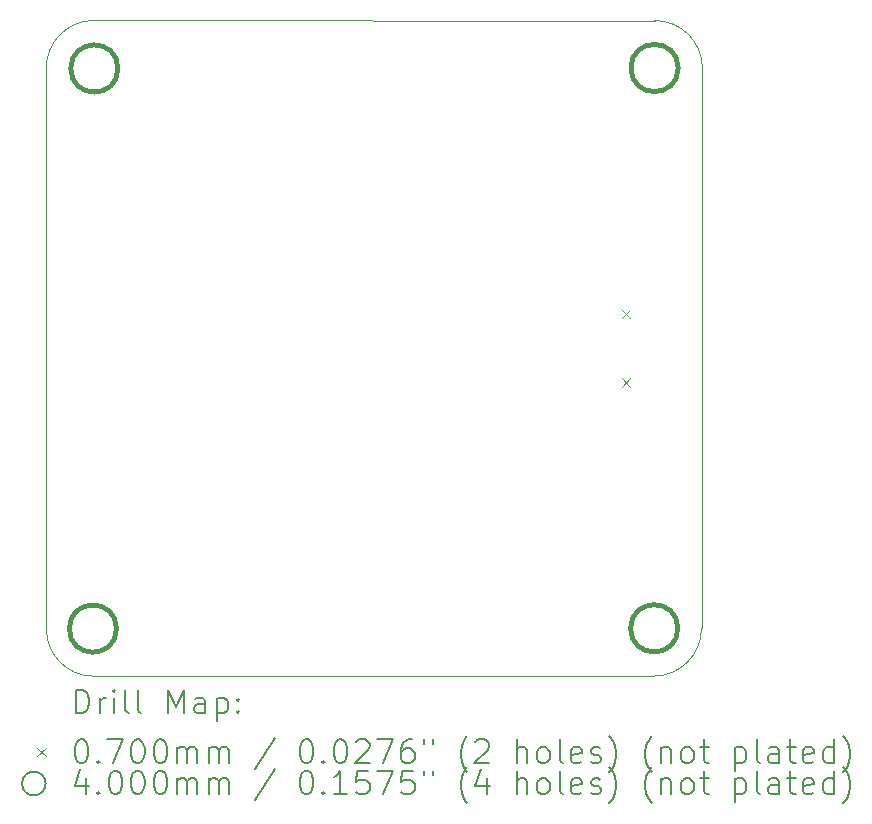
<source format=gbr>
%TF.GenerationSoftware,KiCad,Pcbnew,6.0.10-86aedd382b~118~ubuntu22.04.1*%
%TF.CreationDate,2023-04-05T16:55:25+05:30*%
%TF.ProjectId,Quadruped,51756164-7275-4706-9564-2e6b69636164,rev?*%
%TF.SameCoordinates,Original*%
%TF.FileFunction,Drillmap*%
%TF.FilePolarity,Positive*%
%FSLAX45Y45*%
G04 Gerber Fmt 4.5, Leading zero omitted, Abs format (unit mm)*
G04 Created by KiCad (PCBNEW 6.0.10-86aedd382b~118~ubuntu22.04.1) date 2023-04-05 16:55:25*
%MOMM*%
%LPD*%
G01*
G04 APERTURE LIST*
%ADD10C,0.100000*%
%ADD11C,0.200000*%
%ADD12C,0.070000*%
%ADD13C,0.400000*%
G04 APERTURE END LIST*
D10*
X2879000Y-12686000D02*
G75*
G03*
X3278000Y-13085000I399000J0D01*
G01*
X3283000Y-7533000D02*
X8031000Y-7534000D01*
X8433000Y-7936000D02*
G75*
G03*
X8031000Y-7534000I-402000J0D01*
G01*
X8020622Y-13084622D02*
G75*
G03*
X8425622Y-12679622I-2J405002D01*
G01*
X8425622Y-12679622D02*
X8433000Y-7936000D01*
X3283000Y-7533000D02*
G75*
G03*
X2877000Y-7939000I0J-406000D01*
G01*
X3278000Y-13085000D02*
X8020622Y-13084622D01*
X2879000Y-12686000D02*
X2877000Y-7939000D01*
D11*
D12*
X7752500Y-9986000D02*
X7822500Y-10056000D01*
X7822500Y-9986000D02*
X7752500Y-10056000D01*
X7752500Y-10564000D02*
X7822500Y-10634000D01*
X7822500Y-10564000D02*
X7752500Y-10634000D01*
D13*
X3472500Y-12682500D02*
G75*
G03*
X3472500Y-12682500I-200000J0D01*
G01*
X3485000Y-7940000D02*
G75*
G03*
X3485000Y-7940000I-200000J0D01*
G01*
X8225000Y-12680000D02*
G75*
G03*
X8225000Y-12680000I-200000J0D01*
G01*
X8228000Y-7936000D02*
G75*
G03*
X8228000Y-7936000I-200000J0D01*
G01*
D11*
X3129619Y-13400476D02*
X3129619Y-13200476D01*
X3177238Y-13200476D01*
X3205809Y-13210000D01*
X3224857Y-13229048D01*
X3234381Y-13248095D01*
X3243905Y-13286190D01*
X3243905Y-13314762D01*
X3234381Y-13352857D01*
X3224857Y-13371905D01*
X3205809Y-13390952D01*
X3177238Y-13400476D01*
X3129619Y-13400476D01*
X3329619Y-13400476D02*
X3329619Y-13267143D01*
X3329619Y-13305238D02*
X3339143Y-13286190D01*
X3348667Y-13276667D01*
X3367714Y-13267143D01*
X3386762Y-13267143D01*
X3453428Y-13400476D02*
X3453428Y-13267143D01*
X3453428Y-13200476D02*
X3443905Y-13210000D01*
X3453428Y-13219524D01*
X3462952Y-13210000D01*
X3453428Y-13200476D01*
X3453428Y-13219524D01*
X3577238Y-13400476D02*
X3558190Y-13390952D01*
X3548667Y-13371905D01*
X3548667Y-13200476D01*
X3682000Y-13400476D02*
X3662952Y-13390952D01*
X3653428Y-13371905D01*
X3653428Y-13200476D01*
X3910571Y-13400476D02*
X3910571Y-13200476D01*
X3977238Y-13343333D01*
X4043905Y-13200476D01*
X4043905Y-13400476D01*
X4224857Y-13400476D02*
X4224857Y-13295714D01*
X4215333Y-13276667D01*
X4196286Y-13267143D01*
X4158190Y-13267143D01*
X4139143Y-13276667D01*
X4224857Y-13390952D02*
X4205810Y-13400476D01*
X4158190Y-13400476D01*
X4139143Y-13390952D01*
X4129619Y-13371905D01*
X4129619Y-13352857D01*
X4139143Y-13333809D01*
X4158190Y-13324286D01*
X4205810Y-13324286D01*
X4224857Y-13314762D01*
X4320095Y-13267143D02*
X4320095Y-13467143D01*
X4320095Y-13276667D02*
X4339143Y-13267143D01*
X4377238Y-13267143D01*
X4396286Y-13276667D01*
X4405810Y-13286190D01*
X4415333Y-13305238D01*
X4415333Y-13362381D01*
X4405810Y-13381428D01*
X4396286Y-13390952D01*
X4377238Y-13400476D01*
X4339143Y-13400476D01*
X4320095Y-13390952D01*
X4501048Y-13381428D02*
X4510571Y-13390952D01*
X4501048Y-13400476D01*
X4491524Y-13390952D01*
X4501048Y-13381428D01*
X4501048Y-13400476D01*
X4501048Y-13276667D02*
X4510571Y-13286190D01*
X4501048Y-13295714D01*
X4491524Y-13286190D01*
X4501048Y-13276667D01*
X4501048Y-13295714D01*
D12*
X2802000Y-13695000D02*
X2872000Y-13765000D01*
X2872000Y-13695000D02*
X2802000Y-13765000D01*
D11*
X3167714Y-13620476D02*
X3186762Y-13620476D01*
X3205809Y-13630000D01*
X3215333Y-13639524D01*
X3224857Y-13658571D01*
X3234381Y-13696667D01*
X3234381Y-13744286D01*
X3224857Y-13782381D01*
X3215333Y-13801428D01*
X3205809Y-13810952D01*
X3186762Y-13820476D01*
X3167714Y-13820476D01*
X3148667Y-13810952D01*
X3139143Y-13801428D01*
X3129619Y-13782381D01*
X3120095Y-13744286D01*
X3120095Y-13696667D01*
X3129619Y-13658571D01*
X3139143Y-13639524D01*
X3148667Y-13630000D01*
X3167714Y-13620476D01*
X3320095Y-13801428D02*
X3329619Y-13810952D01*
X3320095Y-13820476D01*
X3310571Y-13810952D01*
X3320095Y-13801428D01*
X3320095Y-13820476D01*
X3396286Y-13620476D02*
X3529619Y-13620476D01*
X3443905Y-13820476D01*
X3643905Y-13620476D02*
X3662952Y-13620476D01*
X3682000Y-13630000D01*
X3691524Y-13639524D01*
X3701048Y-13658571D01*
X3710571Y-13696667D01*
X3710571Y-13744286D01*
X3701048Y-13782381D01*
X3691524Y-13801428D01*
X3682000Y-13810952D01*
X3662952Y-13820476D01*
X3643905Y-13820476D01*
X3624857Y-13810952D01*
X3615333Y-13801428D01*
X3605809Y-13782381D01*
X3596286Y-13744286D01*
X3596286Y-13696667D01*
X3605809Y-13658571D01*
X3615333Y-13639524D01*
X3624857Y-13630000D01*
X3643905Y-13620476D01*
X3834381Y-13620476D02*
X3853428Y-13620476D01*
X3872476Y-13630000D01*
X3882000Y-13639524D01*
X3891524Y-13658571D01*
X3901048Y-13696667D01*
X3901048Y-13744286D01*
X3891524Y-13782381D01*
X3882000Y-13801428D01*
X3872476Y-13810952D01*
X3853428Y-13820476D01*
X3834381Y-13820476D01*
X3815333Y-13810952D01*
X3805809Y-13801428D01*
X3796286Y-13782381D01*
X3786762Y-13744286D01*
X3786762Y-13696667D01*
X3796286Y-13658571D01*
X3805809Y-13639524D01*
X3815333Y-13630000D01*
X3834381Y-13620476D01*
X3986762Y-13820476D02*
X3986762Y-13687143D01*
X3986762Y-13706190D02*
X3996286Y-13696667D01*
X4015333Y-13687143D01*
X4043905Y-13687143D01*
X4062952Y-13696667D01*
X4072476Y-13715714D01*
X4072476Y-13820476D01*
X4072476Y-13715714D02*
X4082000Y-13696667D01*
X4101048Y-13687143D01*
X4129619Y-13687143D01*
X4148667Y-13696667D01*
X4158190Y-13715714D01*
X4158190Y-13820476D01*
X4253429Y-13820476D02*
X4253429Y-13687143D01*
X4253429Y-13706190D02*
X4262952Y-13696667D01*
X4282000Y-13687143D01*
X4310571Y-13687143D01*
X4329619Y-13696667D01*
X4339143Y-13715714D01*
X4339143Y-13820476D01*
X4339143Y-13715714D02*
X4348667Y-13696667D01*
X4367714Y-13687143D01*
X4396286Y-13687143D01*
X4415333Y-13696667D01*
X4424857Y-13715714D01*
X4424857Y-13820476D01*
X4815333Y-13610952D02*
X4643905Y-13868095D01*
X5072476Y-13620476D02*
X5091524Y-13620476D01*
X5110571Y-13630000D01*
X5120095Y-13639524D01*
X5129619Y-13658571D01*
X5139143Y-13696667D01*
X5139143Y-13744286D01*
X5129619Y-13782381D01*
X5120095Y-13801428D01*
X5110571Y-13810952D01*
X5091524Y-13820476D01*
X5072476Y-13820476D01*
X5053429Y-13810952D01*
X5043905Y-13801428D01*
X5034381Y-13782381D01*
X5024857Y-13744286D01*
X5024857Y-13696667D01*
X5034381Y-13658571D01*
X5043905Y-13639524D01*
X5053429Y-13630000D01*
X5072476Y-13620476D01*
X5224857Y-13801428D02*
X5234381Y-13810952D01*
X5224857Y-13820476D01*
X5215333Y-13810952D01*
X5224857Y-13801428D01*
X5224857Y-13820476D01*
X5358190Y-13620476D02*
X5377238Y-13620476D01*
X5396286Y-13630000D01*
X5405810Y-13639524D01*
X5415333Y-13658571D01*
X5424857Y-13696667D01*
X5424857Y-13744286D01*
X5415333Y-13782381D01*
X5405810Y-13801428D01*
X5396286Y-13810952D01*
X5377238Y-13820476D01*
X5358190Y-13820476D01*
X5339143Y-13810952D01*
X5329619Y-13801428D01*
X5320095Y-13782381D01*
X5310571Y-13744286D01*
X5310571Y-13696667D01*
X5320095Y-13658571D01*
X5329619Y-13639524D01*
X5339143Y-13630000D01*
X5358190Y-13620476D01*
X5501048Y-13639524D02*
X5510571Y-13630000D01*
X5529619Y-13620476D01*
X5577238Y-13620476D01*
X5596286Y-13630000D01*
X5605809Y-13639524D01*
X5615333Y-13658571D01*
X5615333Y-13677619D01*
X5605809Y-13706190D01*
X5491524Y-13820476D01*
X5615333Y-13820476D01*
X5682000Y-13620476D02*
X5815333Y-13620476D01*
X5729619Y-13820476D01*
X5977238Y-13620476D02*
X5939143Y-13620476D01*
X5920095Y-13630000D01*
X5910571Y-13639524D01*
X5891524Y-13668095D01*
X5882000Y-13706190D01*
X5882000Y-13782381D01*
X5891524Y-13801428D01*
X5901048Y-13810952D01*
X5920095Y-13820476D01*
X5958190Y-13820476D01*
X5977238Y-13810952D01*
X5986762Y-13801428D01*
X5996286Y-13782381D01*
X5996286Y-13734762D01*
X5986762Y-13715714D01*
X5977238Y-13706190D01*
X5958190Y-13696667D01*
X5920095Y-13696667D01*
X5901048Y-13706190D01*
X5891524Y-13715714D01*
X5882000Y-13734762D01*
X6072476Y-13620476D02*
X6072476Y-13658571D01*
X6148667Y-13620476D02*
X6148667Y-13658571D01*
X6443905Y-13896667D02*
X6434381Y-13887143D01*
X6415333Y-13858571D01*
X6405809Y-13839524D01*
X6396286Y-13810952D01*
X6386762Y-13763333D01*
X6386762Y-13725238D01*
X6396286Y-13677619D01*
X6405809Y-13649048D01*
X6415333Y-13630000D01*
X6434381Y-13601428D01*
X6443905Y-13591905D01*
X6510571Y-13639524D02*
X6520095Y-13630000D01*
X6539143Y-13620476D01*
X6586762Y-13620476D01*
X6605809Y-13630000D01*
X6615333Y-13639524D01*
X6624857Y-13658571D01*
X6624857Y-13677619D01*
X6615333Y-13706190D01*
X6501048Y-13820476D01*
X6624857Y-13820476D01*
X6862952Y-13820476D02*
X6862952Y-13620476D01*
X6948667Y-13820476D02*
X6948667Y-13715714D01*
X6939143Y-13696667D01*
X6920095Y-13687143D01*
X6891524Y-13687143D01*
X6872476Y-13696667D01*
X6862952Y-13706190D01*
X7072476Y-13820476D02*
X7053428Y-13810952D01*
X7043905Y-13801428D01*
X7034381Y-13782381D01*
X7034381Y-13725238D01*
X7043905Y-13706190D01*
X7053428Y-13696667D01*
X7072476Y-13687143D01*
X7101048Y-13687143D01*
X7120095Y-13696667D01*
X7129619Y-13706190D01*
X7139143Y-13725238D01*
X7139143Y-13782381D01*
X7129619Y-13801428D01*
X7120095Y-13810952D01*
X7101048Y-13820476D01*
X7072476Y-13820476D01*
X7253428Y-13820476D02*
X7234381Y-13810952D01*
X7224857Y-13791905D01*
X7224857Y-13620476D01*
X7405809Y-13810952D02*
X7386762Y-13820476D01*
X7348667Y-13820476D01*
X7329619Y-13810952D01*
X7320095Y-13791905D01*
X7320095Y-13715714D01*
X7329619Y-13696667D01*
X7348667Y-13687143D01*
X7386762Y-13687143D01*
X7405809Y-13696667D01*
X7415333Y-13715714D01*
X7415333Y-13734762D01*
X7320095Y-13753809D01*
X7491524Y-13810952D02*
X7510571Y-13820476D01*
X7548667Y-13820476D01*
X7567714Y-13810952D01*
X7577238Y-13791905D01*
X7577238Y-13782381D01*
X7567714Y-13763333D01*
X7548667Y-13753809D01*
X7520095Y-13753809D01*
X7501048Y-13744286D01*
X7491524Y-13725238D01*
X7491524Y-13715714D01*
X7501048Y-13696667D01*
X7520095Y-13687143D01*
X7548667Y-13687143D01*
X7567714Y-13696667D01*
X7643905Y-13896667D02*
X7653428Y-13887143D01*
X7672476Y-13858571D01*
X7682000Y-13839524D01*
X7691524Y-13810952D01*
X7701048Y-13763333D01*
X7701048Y-13725238D01*
X7691524Y-13677619D01*
X7682000Y-13649048D01*
X7672476Y-13630000D01*
X7653428Y-13601428D01*
X7643905Y-13591905D01*
X8005809Y-13896667D02*
X7996286Y-13887143D01*
X7977238Y-13858571D01*
X7967714Y-13839524D01*
X7958190Y-13810952D01*
X7948667Y-13763333D01*
X7948667Y-13725238D01*
X7958190Y-13677619D01*
X7967714Y-13649048D01*
X7977238Y-13630000D01*
X7996286Y-13601428D01*
X8005809Y-13591905D01*
X8082000Y-13687143D02*
X8082000Y-13820476D01*
X8082000Y-13706190D02*
X8091524Y-13696667D01*
X8110571Y-13687143D01*
X8139143Y-13687143D01*
X8158190Y-13696667D01*
X8167714Y-13715714D01*
X8167714Y-13820476D01*
X8291524Y-13820476D02*
X8272476Y-13810952D01*
X8262952Y-13801428D01*
X8253428Y-13782381D01*
X8253428Y-13725238D01*
X8262952Y-13706190D01*
X8272476Y-13696667D01*
X8291524Y-13687143D01*
X8320095Y-13687143D01*
X8339143Y-13696667D01*
X8348667Y-13706190D01*
X8358190Y-13725238D01*
X8358190Y-13782381D01*
X8348667Y-13801428D01*
X8339143Y-13810952D01*
X8320095Y-13820476D01*
X8291524Y-13820476D01*
X8415333Y-13687143D02*
X8491524Y-13687143D01*
X8443905Y-13620476D02*
X8443905Y-13791905D01*
X8453429Y-13810952D01*
X8472476Y-13820476D01*
X8491524Y-13820476D01*
X8710571Y-13687143D02*
X8710571Y-13887143D01*
X8710571Y-13696667D02*
X8729619Y-13687143D01*
X8767714Y-13687143D01*
X8786762Y-13696667D01*
X8796286Y-13706190D01*
X8805810Y-13725238D01*
X8805810Y-13782381D01*
X8796286Y-13801428D01*
X8786762Y-13810952D01*
X8767714Y-13820476D01*
X8729619Y-13820476D01*
X8710571Y-13810952D01*
X8920095Y-13820476D02*
X8901048Y-13810952D01*
X8891524Y-13791905D01*
X8891524Y-13620476D01*
X9082000Y-13820476D02*
X9082000Y-13715714D01*
X9072476Y-13696667D01*
X9053429Y-13687143D01*
X9015333Y-13687143D01*
X8996286Y-13696667D01*
X9082000Y-13810952D02*
X9062952Y-13820476D01*
X9015333Y-13820476D01*
X8996286Y-13810952D01*
X8986762Y-13791905D01*
X8986762Y-13772857D01*
X8996286Y-13753809D01*
X9015333Y-13744286D01*
X9062952Y-13744286D01*
X9082000Y-13734762D01*
X9148667Y-13687143D02*
X9224857Y-13687143D01*
X9177238Y-13620476D02*
X9177238Y-13791905D01*
X9186762Y-13810952D01*
X9205810Y-13820476D01*
X9224857Y-13820476D01*
X9367714Y-13810952D02*
X9348667Y-13820476D01*
X9310571Y-13820476D01*
X9291524Y-13810952D01*
X9282000Y-13791905D01*
X9282000Y-13715714D01*
X9291524Y-13696667D01*
X9310571Y-13687143D01*
X9348667Y-13687143D01*
X9367714Y-13696667D01*
X9377238Y-13715714D01*
X9377238Y-13734762D01*
X9282000Y-13753809D01*
X9548667Y-13820476D02*
X9548667Y-13620476D01*
X9548667Y-13810952D02*
X9529619Y-13820476D01*
X9491524Y-13820476D01*
X9472476Y-13810952D01*
X9462952Y-13801428D01*
X9453429Y-13782381D01*
X9453429Y-13725238D01*
X9462952Y-13706190D01*
X9472476Y-13696667D01*
X9491524Y-13687143D01*
X9529619Y-13687143D01*
X9548667Y-13696667D01*
X9624857Y-13896667D02*
X9634381Y-13887143D01*
X9653429Y-13858571D01*
X9662952Y-13839524D01*
X9672476Y-13810952D01*
X9682000Y-13763333D01*
X9682000Y-13725238D01*
X9672476Y-13677619D01*
X9662952Y-13649048D01*
X9653429Y-13630000D01*
X9634381Y-13601428D01*
X9624857Y-13591905D01*
X2872000Y-13994000D02*
G75*
G03*
X2872000Y-13994000I-100000J0D01*
G01*
X3215333Y-13951143D02*
X3215333Y-14084476D01*
X3167714Y-13874952D02*
X3120095Y-14017809D01*
X3243905Y-14017809D01*
X3320095Y-14065428D02*
X3329619Y-14074952D01*
X3320095Y-14084476D01*
X3310571Y-14074952D01*
X3320095Y-14065428D01*
X3320095Y-14084476D01*
X3453428Y-13884476D02*
X3472476Y-13884476D01*
X3491524Y-13894000D01*
X3501048Y-13903524D01*
X3510571Y-13922571D01*
X3520095Y-13960667D01*
X3520095Y-14008286D01*
X3510571Y-14046381D01*
X3501048Y-14065428D01*
X3491524Y-14074952D01*
X3472476Y-14084476D01*
X3453428Y-14084476D01*
X3434381Y-14074952D01*
X3424857Y-14065428D01*
X3415333Y-14046381D01*
X3405809Y-14008286D01*
X3405809Y-13960667D01*
X3415333Y-13922571D01*
X3424857Y-13903524D01*
X3434381Y-13894000D01*
X3453428Y-13884476D01*
X3643905Y-13884476D02*
X3662952Y-13884476D01*
X3682000Y-13894000D01*
X3691524Y-13903524D01*
X3701048Y-13922571D01*
X3710571Y-13960667D01*
X3710571Y-14008286D01*
X3701048Y-14046381D01*
X3691524Y-14065428D01*
X3682000Y-14074952D01*
X3662952Y-14084476D01*
X3643905Y-14084476D01*
X3624857Y-14074952D01*
X3615333Y-14065428D01*
X3605809Y-14046381D01*
X3596286Y-14008286D01*
X3596286Y-13960667D01*
X3605809Y-13922571D01*
X3615333Y-13903524D01*
X3624857Y-13894000D01*
X3643905Y-13884476D01*
X3834381Y-13884476D02*
X3853428Y-13884476D01*
X3872476Y-13894000D01*
X3882000Y-13903524D01*
X3891524Y-13922571D01*
X3901048Y-13960667D01*
X3901048Y-14008286D01*
X3891524Y-14046381D01*
X3882000Y-14065428D01*
X3872476Y-14074952D01*
X3853428Y-14084476D01*
X3834381Y-14084476D01*
X3815333Y-14074952D01*
X3805809Y-14065428D01*
X3796286Y-14046381D01*
X3786762Y-14008286D01*
X3786762Y-13960667D01*
X3796286Y-13922571D01*
X3805809Y-13903524D01*
X3815333Y-13894000D01*
X3834381Y-13884476D01*
X3986762Y-14084476D02*
X3986762Y-13951143D01*
X3986762Y-13970190D02*
X3996286Y-13960667D01*
X4015333Y-13951143D01*
X4043905Y-13951143D01*
X4062952Y-13960667D01*
X4072476Y-13979714D01*
X4072476Y-14084476D01*
X4072476Y-13979714D02*
X4082000Y-13960667D01*
X4101048Y-13951143D01*
X4129619Y-13951143D01*
X4148667Y-13960667D01*
X4158190Y-13979714D01*
X4158190Y-14084476D01*
X4253429Y-14084476D02*
X4253429Y-13951143D01*
X4253429Y-13970190D02*
X4262952Y-13960667D01*
X4282000Y-13951143D01*
X4310571Y-13951143D01*
X4329619Y-13960667D01*
X4339143Y-13979714D01*
X4339143Y-14084476D01*
X4339143Y-13979714D02*
X4348667Y-13960667D01*
X4367714Y-13951143D01*
X4396286Y-13951143D01*
X4415333Y-13960667D01*
X4424857Y-13979714D01*
X4424857Y-14084476D01*
X4815333Y-13874952D02*
X4643905Y-14132095D01*
X5072476Y-13884476D02*
X5091524Y-13884476D01*
X5110571Y-13894000D01*
X5120095Y-13903524D01*
X5129619Y-13922571D01*
X5139143Y-13960667D01*
X5139143Y-14008286D01*
X5129619Y-14046381D01*
X5120095Y-14065428D01*
X5110571Y-14074952D01*
X5091524Y-14084476D01*
X5072476Y-14084476D01*
X5053429Y-14074952D01*
X5043905Y-14065428D01*
X5034381Y-14046381D01*
X5024857Y-14008286D01*
X5024857Y-13960667D01*
X5034381Y-13922571D01*
X5043905Y-13903524D01*
X5053429Y-13894000D01*
X5072476Y-13884476D01*
X5224857Y-14065428D02*
X5234381Y-14074952D01*
X5224857Y-14084476D01*
X5215333Y-14074952D01*
X5224857Y-14065428D01*
X5224857Y-14084476D01*
X5424857Y-14084476D02*
X5310571Y-14084476D01*
X5367714Y-14084476D02*
X5367714Y-13884476D01*
X5348667Y-13913048D01*
X5329619Y-13932095D01*
X5310571Y-13941619D01*
X5605809Y-13884476D02*
X5510571Y-13884476D01*
X5501048Y-13979714D01*
X5510571Y-13970190D01*
X5529619Y-13960667D01*
X5577238Y-13960667D01*
X5596286Y-13970190D01*
X5605809Y-13979714D01*
X5615333Y-13998762D01*
X5615333Y-14046381D01*
X5605809Y-14065428D01*
X5596286Y-14074952D01*
X5577238Y-14084476D01*
X5529619Y-14084476D01*
X5510571Y-14074952D01*
X5501048Y-14065428D01*
X5682000Y-13884476D02*
X5815333Y-13884476D01*
X5729619Y-14084476D01*
X5986762Y-13884476D02*
X5891524Y-13884476D01*
X5882000Y-13979714D01*
X5891524Y-13970190D01*
X5910571Y-13960667D01*
X5958190Y-13960667D01*
X5977238Y-13970190D01*
X5986762Y-13979714D01*
X5996286Y-13998762D01*
X5996286Y-14046381D01*
X5986762Y-14065428D01*
X5977238Y-14074952D01*
X5958190Y-14084476D01*
X5910571Y-14084476D01*
X5891524Y-14074952D01*
X5882000Y-14065428D01*
X6072476Y-13884476D02*
X6072476Y-13922571D01*
X6148667Y-13884476D02*
X6148667Y-13922571D01*
X6443905Y-14160667D02*
X6434381Y-14151143D01*
X6415333Y-14122571D01*
X6405809Y-14103524D01*
X6396286Y-14074952D01*
X6386762Y-14027333D01*
X6386762Y-13989238D01*
X6396286Y-13941619D01*
X6405809Y-13913048D01*
X6415333Y-13894000D01*
X6434381Y-13865428D01*
X6443905Y-13855905D01*
X6605809Y-13951143D02*
X6605809Y-14084476D01*
X6558190Y-13874952D02*
X6510571Y-14017809D01*
X6634381Y-14017809D01*
X6862952Y-14084476D02*
X6862952Y-13884476D01*
X6948667Y-14084476D02*
X6948667Y-13979714D01*
X6939143Y-13960667D01*
X6920095Y-13951143D01*
X6891524Y-13951143D01*
X6872476Y-13960667D01*
X6862952Y-13970190D01*
X7072476Y-14084476D02*
X7053428Y-14074952D01*
X7043905Y-14065428D01*
X7034381Y-14046381D01*
X7034381Y-13989238D01*
X7043905Y-13970190D01*
X7053428Y-13960667D01*
X7072476Y-13951143D01*
X7101048Y-13951143D01*
X7120095Y-13960667D01*
X7129619Y-13970190D01*
X7139143Y-13989238D01*
X7139143Y-14046381D01*
X7129619Y-14065428D01*
X7120095Y-14074952D01*
X7101048Y-14084476D01*
X7072476Y-14084476D01*
X7253428Y-14084476D02*
X7234381Y-14074952D01*
X7224857Y-14055905D01*
X7224857Y-13884476D01*
X7405809Y-14074952D02*
X7386762Y-14084476D01*
X7348667Y-14084476D01*
X7329619Y-14074952D01*
X7320095Y-14055905D01*
X7320095Y-13979714D01*
X7329619Y-13960667D01*
X7348667Y-13951143D01*
X7386762Y-13951143D01*
X7405809Y-13960667D01*
X7415333Y-13979714D01*
X7415333Y-13998762D01*
X7320095Y-14017809D01*
X7491524Y-14074952D02*
X7510571Y-14084476D01*
X7548667Y-14084476D01*
X7567714Y-14074952D01*
X7577238Y-14055905D01*
X7577238Y-14046381D01*
X7567714Y-14027333D01*
X7548667Y-14017809D01*
X7520095Y-14017809D01*
X7501048Y-14008286D01*
X7491524Y-13989238D01*
X7491524Y-13979714D01*
X7501048Y-13960667D01*
X7520095Y-13951143D01*
X7548667Y-13951143D01*
X7567714Y-13960667D01*
X7643905Y-14160667D02*
X7653428Y-14151143D01*
X7672476Y-14122571D01*
X7682000Y-14103524D01*
X7691524Y-14074952D01*
X7701048Y-14027333D01*
X7701048Y-13989238D01*
X7691524Y-13941619D01*
X7682000Y-13913048D01*
X7672476Y-13894000D01*
X7653428Y-13865428D01*
X7643905Y-13855905D01*
X8005809Y-14160667D02*
X7996286Y-14151143D01*
X7977238Y-14122571D01*
X7967714Y-14103524D01*
X7958190Y-14074952D01*
X7948667Y-14027333D01*
X7948667Y-13989238D01*
X7958190Y-13941619D01*
X7967714Y-13913048D01*
X7977238Y-13894000D01*
X7996286Y-13865428D01*
X8005809Y-13855905D01*
X8082000Y-13951143D02*
X8082000Y-14084476D01*
X8082000Y-13970190D02*
X8091524Y-13960667D01*
X8110571Y-13951143D01*
X8139143Y-13951143D01*
X8158190Y-13960667D01*
X8167714Y-13979714D01*
X8167714Y-14084476D01*
X8291524Y-14084476D02*
X8272476Y-14074952D01*
X8262952Y-14065428D01*
X8253428Y-14046381D01*
X8253428Y-13989238D01*
X8262952Y-13970190D01*
X8272476Y-13960667D01*
X8291524Y-13951143D01*
X8320095Y-13951143D01*
X8339143Y-13960667D01*
X8348667Y-13970190D01*
X8358190Y-13989238D01*
X8358190Y-14046381D01*
X8348667Y-14065428D01*
X8339143Y-14074952D01*
X8320095Y-14084476D01*
X8291524Y-14084476D01*
X8415333Y-13951143D02*
X8491524Y-13951143D01*
X8443905Y-13884476D02*
X8443905Y-14055905D01*
X8453429Y-14074952D01*
X8472476Y-14084476D01*
X8491524Y-14084476D01*
X8710571Y-13951143D02*
X8710571Y-14151143D01*
X8710571Y-13960667D02*
X8729619Y-13951143D01*
X8767714Y-13951143D01*
X8786762Y-13960667D01*
X8796286Y-13970190D01*
X8805810Y-13989238D01*
X8805810Y-14046381D01*
X8796286Y-14065428D01*
X8786762Y-14074952D01*
X8767714Y-14084476D01*
X8729619Y-14084476D01*
X8710571Y-14074952D01*
X8920095Y-14084476D02*
X8901048Y-14074952D01*
X8891524Y-14055905D01*
X8891524Y-13884476D01*
X9082000Y-14084476D02*
X9082000Y-13979714D01*
X9072476Y-13960667D01*
X9053429Y-13951143D01*
X9015333Y-13951143D01*
X8996286Y-13960667D01*
X9082000Y-14074952D02*
X9062952Y-14084476D01*
X9015333Y-14084476D01*
X8996286Y-14074952D01*
X8986762Y-14055905D01*
X8986762Y-14036857D01*
X8996286Y-14017809D01*
X9015333Y-14008286D01*
X9062952Y-14008286D01*
X9082000Y-13998762D01*
X9148667Y-13951143D02*
X9224857Y-13951143D01*
X9177238Y-13884476D02*
X9177238Y-14055905D01*
X9186762Y-14074952D01*
X9205810Y-14084476D01*
X9224857Y-14084476D01*
X9367714Y-14074952D02*
X9348667Y-14084476D01*
X9310571Y-14084476D01*
X9291524Y-14074952D01*
X9282000Y-14055905D01*
X9282000Y-13979714D01*
X9291524Y-13960667D01*
X9310571Y-13951143D01*
X9348667Y-13951143D01*
X9367714Y-13960667D01*
X9377238Y-13979714D01*
X9377238Y-13998762D01*
X9282000Y-14017809D01*
X9548667Y-14084476D02*
X9548667Y-13884476D01*
X9548667Y-14074952D02*
X9529619Y-14084476D01*
X9491524Y-14084476D01*
X9472476Y-14074952D01*
X9462952Y-14065428D01*
X9453429Y-14046381D01*
X9453429Y-13989238D01*
X9462952Y-13970190D01*
X9472476Y-13960667D01*
X9491524Y-13951143D01*
X9529619Y-13951143D01*
X9548667Y-13960667D01*
X9624857Y-14160667D02*
X9634381Y-14151143D01*
X9653429Y-14122571D01*
X9662952Y-14103524D01*
X9672476Y-14074952D01*
X9682000Y-14027333D01*
X9682000Y-13989238D01*
X9672476Y-13941619D01*
X9662952Y-13913048D01*
X9653429Y-13894000D01*
X9634381Y-13865428D01*
X9624857Y-13855905D01*
M02*

</source>
